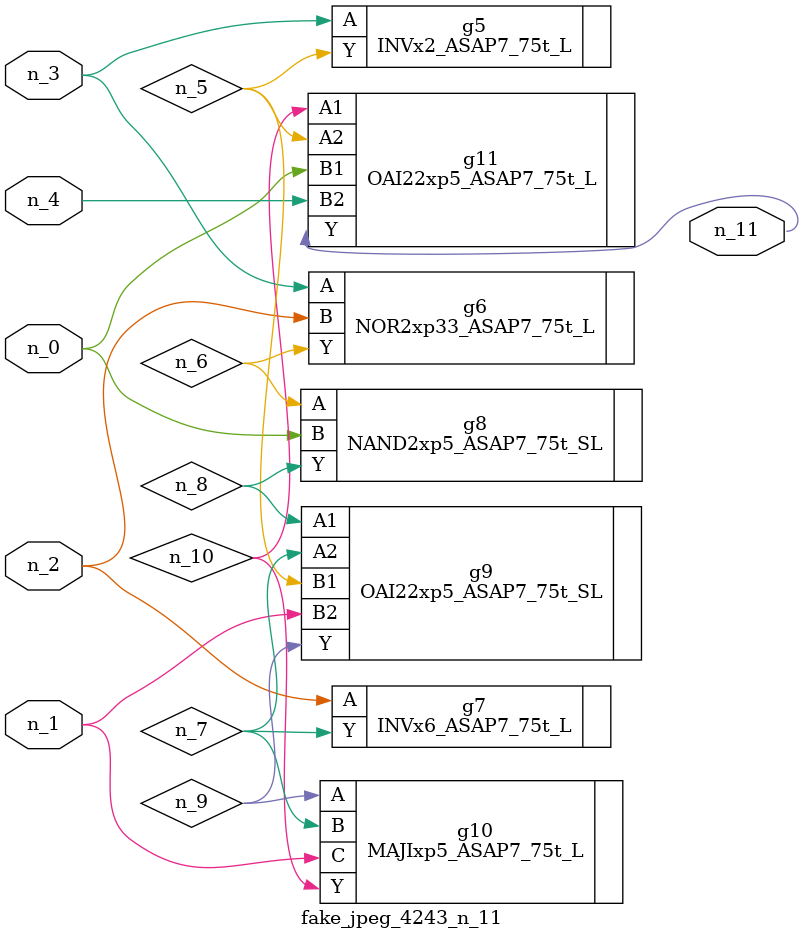
<source format=v>
module fake_jpeg_4243_n_11 (n_3, n_2, n_1, n_0, n_4, n_11);

input n_3;
input n_2;
input n_1;
input n_0;
input n_4;

output n_11;

wire n_10;
wire n_8;
wire n_9;
wire n_6;
wire n_5;
wire n_7;

INVx2_ASAP7_75t_L g5 ( 
.A(n_3),
.Y(n_5)
);

NOR2xp33_ASAP7_75t_L g6 ( 
.A(n_3),
.B(n_2),
.Y(n_6)
);

INVx6_ASAP7_75t_L g7 ( 
.A(n_2),
.Y(n_7)
);

NAND2xp5_ASAP7_75t_SL g8 ( 
.A(n_6),
.B(n_0),
.Y(n_8)
);

OAI22xp5_ASAP7_75t_SL g9 ( 
.A1(n_8),
.A2(n_7),
.B1(n_5),
.B2(n_1),
.Y(n_9)
);

MAJIxp5_ASAP7_75t_L g10 ( 
.A(n_9),
.B(n_7),
.C(n_1),
.Y(n_10)
);

OAI22xp5_ASAP7_75t_L g11 ( 
.A1(n_10),
.A2(n_5),
.B1(n_0),
.B2(n_4),
.Y(n_11)
);


endmodule
</source>
